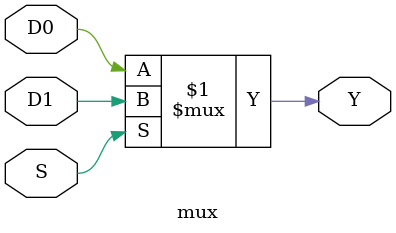
<source format=v>
`timescale 1ns / 1ps


module mux(D0, D1, S, Y);

output Y;
input D0, D1, S;

assign Y=(S)?D1:D0;

endmodule


</source>
